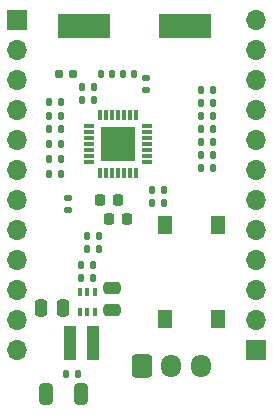
<source format=gts>
G04 #@! TF.GenerationSoftware,KiCad,Pcbnew,7.0.1*
G04 #@! TF.CreationDate,2023-04-11T16:46:25+02:00*
G04 #@! TF.ProjectId,AFE_03,4146455f-3033-42e6-9b69-6361645f7063,rev?*
G04 #@! TF.SameCoordinates,Original*
G04 #@! TF.FileFunction,Soldermask,Top*
G04 #@! TF.FilePolarity,Negative*
%FSLAX46Y46*%
G04 Gerber Fmt 4.6, Leading zero omitted, Abs format (unit mm)*
G04 Created by KiCad (PCBNEW 7.0.1) date 2023-04-11 16:46:25*
%MOMM*%
%LPD*%
G01*
G04 APERTURE LIST*
G04 Aperture macros list*
%AMRoundRect*
0 Rectangle with rounded corners*
0 $1 Rounding radius*
0 $2 $3 $4 $5 $6 $7 $8 $9 X,Y pos of 4 corners*
0 Add a 4 corners polygon primitive as box body*
4,1,4,$2,$3,$4,$5,$6,$7,$8,$9,$2,$3,0*
0 Add four circle primitives for the rounded corners*
1,1,$1+$1,$2,$3*
1,1,$1+$1,$4,$5*
1,1,$1+$1,$6,$7*
1,1,$1+$1,$8,$9*
0 Add four rect primitives between the rounded corners*
20,1,$1+$1,$2,$3,$4,$5,0*
20,1,$1+$1,$4,$5,$6,$7,0*
20,1,$1+$1,$6,$7,$8,$9,0*
20,1,$1+$1,$8,$9,$2,$3,0*%
G04 Aperture macros list end*
%ADD10RoundRect,0.008100X-0.421900X-0.126900X0.421900X-0.126900X0.421900X0.126900X-0.421900X0.126900X0*%
%ADD11RoundRect,0.008100X0.126900X-0.421900X0.126900X0.421900X-0.126900X0.421900X-0.126900X-0.421900X0*%
%ADD12R,3.000000X3.000000*%
%ADD13R,1.000000X2.900000*%
%ADD14RoundRect,0.250000X0.475000X-0.250000X0.475000X0.250000X-0.475000X0.250000X-0.475000X-0.250000X0*%
%ADD15R,1.300000X1.550000*%
%ADD16RoundRect,0.135000X-0.135000X-0.185000X0.135000X-0.185000X0.135000X0.185000X-0.135000X0.185000X0*%
%ADD17RoundRect,0.225000X-0.225000X-0.250000X0.225000X-0.250000X0.225000X0.250000X-0.225000X0.250000X0*%
%ADD18RoundRect,0.250000X-0.600000X-0.725000X0.600000X-0.725000X0.600000X0.725000X-0.600000X0.725000X0*%
%ADD19O,1.700000X1.950000*%
%ADD20RoundRect,0.250000X0.325000X0.650000X-0.325000X0.650000X-0.325000X-0.650000X0.325000X-0.650000X0*%
%ADD21RoundRect,0.140000X0.140000X0.170000X-0.140000X0.170000X-0.140000X-0.170000X0.140000X-0.170000X0*%
%ADD22RoundRect,0.140000X-0.140000X-0.170000X0.140000X-0.170000X0.140000X0.170000X-0.140000X0.170000X0*%
%ADD23R,4.500000X2.000000*%
%ADD24RoundRect,0.225000X0.225000X0.250000X-0.225000X0.250000X-0.225000X-0.250000X0.225000X-0.250000X0*%
%ADD25R,0.400000X0.700000*%
%ADD26RoundRect,0.250000X0.250000X0.475000X-0.250000X0.475000X-0.250000X-0.475000X0.250000X-0.475000X0*%
%ADD27RoundRect,0.135000X0.135000X0.185000X-0.135000X0.185000X-0.135000X-0.185000X0.135000X-0.185000X0*%
%ADD28RoundRect,0.140000X0.170000X-0.140000X0.170000X0.140000X-0.170000X0.140000X-0.170000X-0.140000X0*%
%ADD29RoundRect,0.155000X0.212500X0.155000X-0.212500X0.155000X-0.212500X-0.155000X0.212500X-0.155000X0*%
%ADD30RoundRect,0.135000X0.185000X-0.135000X0.185000X0.135000X-0.185000X0.135000X-0.185000X-0.135000X0*%
%ADD31R,1.700000X1.700000*%
%ADD32O,1.700000X1.700000*%
G04 APERTURE END LIST*
D10*
X96165000Y-45500000D03*
X96165000Y-46000000D03*
X96165000Y-46500000D03*
X96165000Y-47000000D03*
X96165000Y-47500000D03*
X96165000Y-48000000D03*
X96165000Y-48500000D03*
D11*
X97100000Y-49435000D03*
X97600000Y-49435000D03*
X98100000Y-49435000D03*
X98600000Y-49435000D03*
X99100000Y-49435000D03*
X99600000Y-49435000D03*
X100100000Y-49435000D03*
D10*
X101035000Y-48500000D03*
X101035000Y-48000000D03*
X101035000Y-47500000D03*
X101035000Y-47000000D03*
X101035000Y-46500000D03*
X101035000Y-46000000D03*
X101035000Y-45500000D03*
D11*
X100100000Y-44565000D03*
X99600000Y-44565000D03*
X99100000Y-44565000D03*
X98600000Y-44565000D03*
X98100000Y-44565000D03*
X97600000Y-44565000D03*
X97100000Y-44565000D03*
D12*
X98600000Y-47000000D03*
D13*
X94485000Y-63850000D03*
X96515000Y-63850000D03*
D14*
X98100000Y-61050000D03*
X98100000Y-59150000D03*
D15*
X107050000Y-53875000D03*
X107050000Y-61825000D03*
X102550000Y-53875000D03*
X102550000Y-61825000D03*
D16*
X92730000Y-49500000D03*
X93750000Y-49500000D03*
D17*
X97025000Y-51700000D03*
X98575000Y-51700000D03*
D18*
X100600000Y-65800000D03*
D19*
X103100000Y-65800000D03*
X105600000Y-65800000D03*
D16*
X95990000Y-54800000D03*
X97010000Y-54800000D03*
X93760000Y-45750000D03*
X92740000Y-45750000D03*
D20*
X95475000Y-68200000D03*
X92525000Y-68200000D03*
D16*
X92740000Y-48250000D03*
X93760000Y-48250000D03*
X101495000Y-52000000D03*
X102515000Y-52000000D03*
X92740000Y-47000000D03*
X93760000Y-47000000D03*
D21*
X95180000Y-66500000D03*
X94220000Y-66500000D03*
D16*
X105590000Y-44600000D03*
X106610000Y-44600000D03*
D22*
X97120000Y-41100000D03*
X98080000Y-41100000D03*
D23*
X104250000Y-37000000D03*
X95750000Y-37000000D03*
D24*
X99375000Y-53300000D03*
X97825000Y-53300000D03*
D25*
X96650000Y-59550000D03*
X96000000Y-59550000D03*
X95350000Y-59550000D03*
X95350000Y-61250000D03*
X96000000Y-61250000D03*
X96650000Y-61250000D03*
D16*
X105615000Y-43500000D03*
X106635000Y-43500000D03*
D21*
X99980000Y-41100000D03*
X99020000Y-41100000D03*
D16*
X105590000Y-46800000D03*
X106610000Y-46800000D03*
D26*
X93950000Y-60900000D03*
X92050000Y-60900000D03*
D27*
X106635000Y-49000000D03*
X105615000Y-49000000D03*
D28*
X101000000Y-42380000D03*
X101000000Y-41420000D03*
D21*
X96530000Y-42200000D03*
X95570000Y-42200000D03*
X96530000Y-43300000D03*
X95570000Y-43300000D03*
D16*
X92740000Y-44600000D03*
X93760000Y-44600000D03*
X96510000Y-57200000D03*
X95490000Y-57200000D03*
D29*
X94767500Y-41100000D03*
X93632500Y-41100000D03*
D27*
X96510000Y-58300000D03*
X95490000Y-58300000D03*
D16*
X106635000Y-47900000D03*
X105615000Y-47900000D03*
X92740000Y-43400000D03*
X93760000Y-43400000D03*
X106610000Y-45700000D03*
X105590000Y-45700000D03*
D30*
X94375000Y-51590000D03*
X94375000Y-52610000D03*
D27*
X106635000Y-42400000D03*
X105615000Y-42400000D03*
X102525000Y-50900000D03*
X101505000Y-50900000D03*
D16*
X95990000Y-55900000D03*
X97010000Y-55900000D03*
D31*
X110300000Y-64440000D03*
D32*
X110300000Y-61900000D03*
X110300000Y-59360000D03*
X110300000Y-56820000D03*
X110300000Y-54280000D03*
X110300000Y-51740000D03*
X110300000Y-49200000D03*
X110300000Y-46660000D03*
X110300000Y-44120000D03*
X110300000Y-41580000D03*
X110300000Y-39040000D03*
X110300000Y-36500000D03*
D31*
X90000000Y-36500000D03*
D32*
X90000000Y-39040000D03*
X90000000Y-41580000D03*
X90000000Y-44120000D03*
X90000000Y-46660000D03*
X90000000Y-49200000D03*
X90000000Y-51740000D03*
X90000000Y-54280000D03*
X90000000Y-56820000D03*
X90000000Y-59360000D03*
X90000000Y-61900000D03*
X90000000Y-64440000D03*
M02*

</source>
